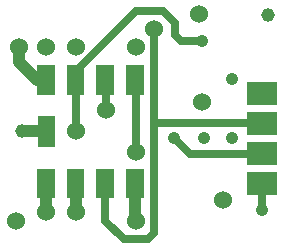
<source format=gbr>
G04 start of page 5 for group 3 idx 3 *
G04 Title: (unknown), right *
G04 Creator: pcb 20110918 *
G04 CreationDate: Fri Sep 12 18:51:31 2014 UTC *
G04 For: fosse *
G04 Format: Gerber/RS-274X *
G04 PCB-Dimensions: 300000 300000 *
G04 PCB-Coordinate-Origin: lower left *
%MOIN*%
%FSLAX25Y25*%
%LNBOTTOM*%
%ADD49C,0.0350*%
%ADD48C,0.0200*%
%ADD47C,0.0410*%
%ADD46C,0.0600*%
%ADD45C,0.0460*%
%ADD44R,0.0750X0.0750*%
%ADD43R,0.0591X0.0591*%
%ADD42R,0.0590X0.0590*%
%ADD41R,0.0590X0.0590*%
%ADD40C,0.0250*%
%ADD39C,0.0400*%
G54D39*X26000Y230242D02*Y220719D01*
X35842Y230241D02*X35902Y220621D01*
X55527Y217996D02*X55902Y217621D01*
G54D40*Y240621D02*Y264315D01*
X55527Y264690D01*
G54D39*Y230241D02*Y217996D01*
G54D40*X45684Y230552D02*Y217839D01*
X51902Y211621D01*
X59902D01*
X61902Y213621D01*
X98000Y230250D02*Y221500D01*
X61902Y213621D02*Y281621D01*
X35902Y265621D02*Y267621D01*
X98000Y250250D02*X62152D01*
X61902Y250000D01*
X68500Y245500D02*X74000Y240000D01*
X97750D01*
X98000Y240250D01*
X35902Y267621D02*X55902Y287621D01*
X64902D01*
X68902Y283621D01*
Y279621D01*
X70902Y277621D01*
X77902D01*
G54D39*X17902Y247621D02*X26164D01*
X26000Y264690D02*X22833D01*
X16902Y270621D01*
Y275621D01*
G54D40*X35902Y247621D02*Y264630D01*
X35842Y264690D01*
X45902Y254621D02*Y264472D01*
X45684Y264690D01*
G54D41*X26000Y266659D02*Y262721D01*
Y232211D02*Y228273D01*
G54D42*X26164Y249783D02*Y245459D01*
G54D43*X35842Y232210D02*Y228273D01*
Y266658D02*Y262722D01*
G54D41*X45684Y232211D02*Y228273D01*
Y266659D02*Y262721D01*
G54D43*X55527Y232210D02*Y228273D01*
Y266658D02*Y262722D01*
G54D44*X96750Y250250D02*X99250D01*
X96750Y260250D02*X99250D01*
X96750Y230250D02*X99250D01*
X96750Y240250D02*X99250D01*
G54D45*X17902Y247621D03*
G54D46*X25902Y275621D03*
X16902D03*
X35902D03*
X55902D03*
X35902Y247621D03*
X45902Y254621D03*
X61902Y281621D03*
G54D47*X77902Y277621D03*
G54D46*X76902Y286621D03*
G54D45*X100000Y286500D03*
G54D46*X55902Y240621D03*
G54D47*X68500Y245500D03*
G54D46*X78000Y257500D03*
G54D47*X88000Y245500D03*
X78500D03*
X88000Y265000D03*
G54D46*X26000Y220719D03*
X55902Y217621D03*
X35902Y220621D03*
X15902Y217621D03*
X84902Y224621D03*
G54D47*X98000Y221500D03*
G54D48*G54D49*G54D48*G54D49*G54D48*G54D49*G54D48*G54D49*G54D48*G54D49*G54D48*M02*

</source>
